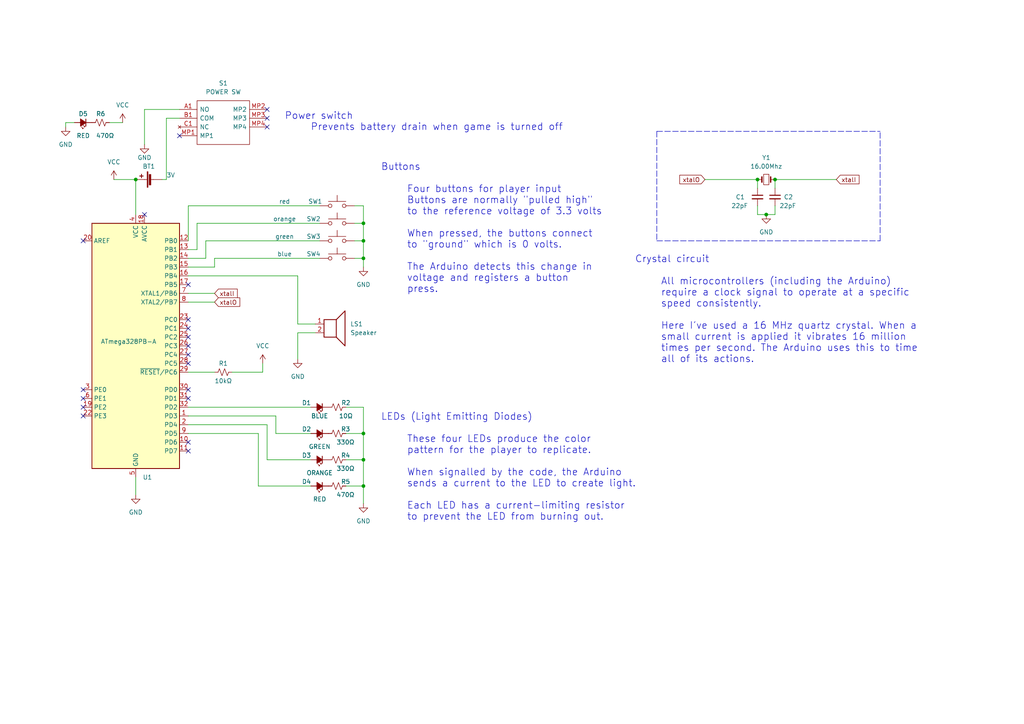
<source format=kicad_sch>
(kicad_sch (version 20211123) (generator eeschema)
  (paper "A4")
  (title_block (title "Dalton Simon Game Example") (date "2022-03-24") (company "by MIke Fischthal"))
  (lib_symbols
    (symbol "Device:Battery_Cell" (pin_numbers hide) (pin_names (offset 0) hide)
      (property "Reference" "BT" (at 2.54 2.54 0))
      (property "Value" "Battery_Cell" (at 2.54 0 0))
      (symbol "Battery_Cell_0_1"
        (rectangle (start -2.286 1.778) (end 2.286 1.524) (fill (type outline)))
        (rectangle (start -1.5748 1.1938) (end 1.4732 0.6858) (fill (type outline)))
        (polyline (pts (xy 0 0.762) (xy 0 0)))
        (polyline (pts (xy 0 1.778) (xy 0 2.54)))
        (polyline (pts (xy 0.508 3.429) (xy 1.524 3.429)) (stroke (width 0.254)))
        (polyline (pts (xy 1.016 3.937) (xy 1.016 2.921)) (stroke (width 0.254)))
      )
      (symbol "Battery_Cell_1_1"
        (pin passive line (at 0 5.08 270) (length 2.54) (name "+") (number "1"))
        (pin passive line (at 0 -2.54 90) (length 2.54) (name "-") (number "2"))
      )
    )
    (symbol "Device:C_Small" (pin_numbers hide) (pin_names (offset 0.254) hide)
      (property "Reference" "C" (at 0.254 1.778 0))
      (property "Value" "C_Small" (at 0.254 -2.032 0))
      (symbol "C_Small_0_1"
        (polyline (pts (xy -1.524 -0.508) (xy 1.524 -0.508)) (stroke (width 0.3302)))
        (polyline (pts (xy -1.524 0.508) (xy 1.524 0.508)) (stroke (width 0.3048)))
      )
      (symbol "C_Small_1_1"
        (pin passive line (at 0 2.54 270) (length 2.032) (name "~") (number "1"))
        (pin passive line (at 0 -2.54 90) (length 2.032) (name "~") (number "2"))
      )
    )
    (symbol "Device:Crystal_Small" (pin_numbers hide) (pin_names (offset 1.016) hide)
      (property "Reference" "Y" (at 0 2.54 0))
      (property "Value" "Crystal_Small" (at 0 -2.54 0))
      (symbol "Crystal_Small_0_1"
        (rectangle (start -0.762 -1.524) (end 0.762 1.524))
        (polyline (pts (xy -1.27 -0.762) (xy -1.27 0.762)) (stroke (width 0.381)))
        (polyline (pts (xy 1.27 -0.762) (xy 1.27 0.762)) (stroke (width 0.381)))
      )
      (symbol "Crystal_Small_1_1"
        (pin passive line (at -2.54 0 0) (length 1.27) (name "1") (number "1"))
        (pin passive line (at 2.54 0 180) (length 1.27) (name "2") (number "2"))
      )
    )
    (symbol "Device:LED_Small_Filled" (pin_numbers hide) (pin_names (offset 0.254) hide)
      (property "Reference" "D" (at -1.27 3.175 0))
      (property "Value" "LED_Small_Filled" (at -4.445 -2.54 0))
      (symbol "LED_Small_Filled_0_1"
        (polyline (pts (xy -0.762 -1.016) (xy -0.762 1.016)) (stroke (width 0.254)))
        (polyline (pts (xy 1.016 0) (xy -0.762 0)))
        (polyline (pts (xy 0.762 -1.016) (xy -0.762 0) (xy 0.762 1.016) (xy 0.762 -1.016)) (stroke (width 0.254)) (fill (type outline)))
        (polyline (pts (xy 0 0.762) (xy -0.508 1.27) (xy -0.254 1.27) (xy -0.508 1.27) (xy -0.508 1.016)))
        (polyline (pts (xy 0.508 1.27) (xy 0 1.778) (xy 0.254 1.778) (xy 0 1.778) (xy 0 1.524)))
      )
      (symbol "LED_Small_Filled_1_1"
        (pin passive line (at -2.54 0 0) (length 1.778) (name "K") (number "1"))
        (pin passive line (at 2.54 0 180) (length 1.778) (name "A") (number "2"))
      )
    )
    (symbol "Device:R_Small_US" (pin_numbers hide) (pin_names (offset 0.254) hide)
      (property "Reference" "R" (at 0.762 0.508 0))
      (property "Value" "R_Small_US" (at 0.762 -1.016 0))
      (symbol "R_Small_US_1_1"
        (polyline (pts (xy 0 0) (xy 1.016 -0.381) (xy 0 -0.762) (xy -1.016 -1.143) (xy 0 -1.524)))
        (polyline (pts (xy 0 1.524) (xy 1.016 1.143) (xy 0 0.762) (xy -1.016 0.381) (xy 0 0)))
        (pin passive line (at 0 2.54 270) (length 1.016) (name "~") (number "1"))
        (pin passive line (at 0 -2.54 90) (length 1.016) (name "~") (number "2"))
      )
    )
    (symbol "Device:Speaker" (pin_names (offset 0) hide)
      (property "Reference" "LS" (at 1.27 5.715 0))
      (property "Value" "Speaker" (at 1.27 3.81 0))
      (symbol "Speaker_0_0"
        (rectangle (start -2.54 1.27) (end 1.016 -3.81) (stroke (width 0.254)))
        (polyline (pts (xy 1.016 1.27) (xy 3.556 3.81) (xy 3.556 -6.35) (xy 1.016 -3.81)) (stroke (width 0.254)))
      )
      (symbol "Speaker_1_1"
        (pin input line (at -5.08 0 0) (length 2.54) (name "1") (number "1"))
        (pin input line (at -5.08 -2.54 0) (length 2.54) (name "2") (number "2"))
      )
    )
    (symbol "MCU_Microchip_ATmega:ATmega328PB-A"
      (property "Reference" "U" (at -12.7 36.83 0))
      (property "Value" "ATmega328PB-A" (at 2.54 -36.83 0))
      (symbol "ATmega328PB-A_0_1"
        (rectangle (start -12.7 -35.56) (end 12.7 35.56) (stroke (width 0.254)) (fill (type background)))
      )
      (symbol "ATmega328PB-A_1_1"
        (pin bidirectional line (at 15.24 -20.32 180) (length 2.54) (name "PD3") (number "1"))
        (pin bidirectional line (at 15.24 -27.94 180) (length 2.54) (name "PD6") (number "10"))
        (pin bidirectional line (at 15.24 -30.48 180) (length 2.54) (name "PD7") (number "11"))
        (pin bidirectional line (at 15.24 30.48 180) (length 2.54) (name "PB0") (number "12"))
        (pin bidirectional line (at 15.24 27.94 180) (length 2.54) (name "PB1") (number "13"))
        (pin bidirectional line (at 15.24 25.4 180) (length 2.54) (name "PB2") (number "14"))
        (pin bidirectional line (at 15.24 22.86 180) (length 2.54) (name "PB3") (number "15"))
        (pin bidirectional line (at 15.24 20.32 180) (length 2.54) (name "PB4") (number "16"))
        (pin bidirectional line (at 15.24 17.78 180) (length 2.54) (name "PB5") (number "17"))
        (pin power_in line (at 2.54 38.1 270) (length 2.54) (name "AVCC") (number "18"))
        (pin bidirectional line (at -15.24 -17.78 0) (length 2.54) (name "PE2") (number "19"))
        (pin bidirectional line (at 15.24 -22.86 180) (length 2.54) (name "PD4") (number "2"))
        (pin passive line (at -15.24 30.48 0) (length 2.54) (name "AREF") (number "20"))
        (pin passive line (at 0 -38.1 90) (length 2.54) hide (name "GND") (number "21"))
        (pin bidirectional line (at -15.24 -20.32 0) (length 2.54) (name "PE3") (number "22"))
        (pin bidirectional line (at 15.24 7.62 180) (length 2.54) (name "PC0") (number "23"))
        (pin bidirectional line (at 15.24 5.08 180) (length 2.54) (name "PC1") (number "24"))
        (pin bidirectional line (at 15.24 2.54 180) (length 2.54) (name "PC2") (number "25"))
        (pin bidirectional line (at 15.24 0 180) (length 2.54) (name "PC3") (number "26"))
        (pin bidirectional line (at 15.24 -2.54 180) (length 2.54) (name "PC4") (number "27"))
        (pin bidirectional line (at 15.24 -5.08 180) (length 2.54) (name "PC5") (number "28"))
        (pin bidirectional line (at 15.24 -7.62 180) (length 2.54) (name "~{RESET}/PC6") (number "29"))
        (pin bidirectional line (at -15.24 -12.7 0) (length 2.54) (name "PE0") (number "3"))
        (pin bidirectional line (at 15.24 -12.7 180) (length 2.54) (name "PD0") (number "30"))
        (pin bidirectional line (at 15.24 -15.24 180) (length 2.54) (name "PD1") (number "31"))
        (pin bidirectional line (at 15.24 -17.78 180) (length 2.54) (name "PD2") (number "32"))
        (pin power_in line (at 0 38.1 270) (length 2.54) (name "VCC") (number "4"))
        (pin power_in line (at 0 -38.1 90) (length 2.54) (name "GND") (number "5"))
        (pin bidirectional line (at -15.24 -15.24 0) (length 2.54) (name "PE1") (number "6"))
        (pin bidirectional line (at 15.24 15.24 180) (length 2.54) (name "XTAL1/PB6") (number "7"))
        (pin bidirectional line (at 15.24 12.7 180) (length 2.54) (name "XTAL2/PB7") (number "8"))
        (pin bidirectional line (at 15.24 -25.4 180) (length 2.54) (name "PD5") (number "9"))
      )
    )
    (symbol "SW_Push_1" (pin_numbers hide) (pin_names (offset 1.016) hide)
      (property "Reference" "SW1" (at -6.35 1.27 0))
      (property "Value" "SW_Push_1" (at -15.24 1.27 0))
      (symbol "SW_Push_1_0_1"
        (circle (center -2.032 0) (radius 0.508))
        (polyline (pts (xy 0 1.27) (xy 0 3.048)))
        (polyline (pts (xy 2.54 1.27) (xy -2.54 1.27)))
        (circle (center 2.032 0) (radius 0.508))
        (pin passive line (at -5.08 0 0) (length 2.54) (name "1") (number "1"))
        (pin passive line (at 5.08 0 180) (length 2.54) (name "2") (number "4"))
      )
    )
    (symbol "SW_Push_2" (pin_numbers hide) (pin_names (offset 1.016) hide)
      (property "Reference" "SW2" (at -8.89 1.27 0))
      (property "Value" "SW_Push_2" (at -15.24 -3.81 0))
      (symbol "SW_Push_2_0_1"
        (circle (center -2.032 0) (radius 0.508))
        (polyline (pts (xy 0 1.27) (xy 0 3.048)))
        (polyline (pts (xy 2.54 1.27) (xy -2.54 1.27)))
        (circle (center 2.032 0) (radius 0.508))
        (pin passive line (at -5.08 0 0) (length 2.54) (name "1") (number "1"))
        (pin passive line (at 5.08 0 180) (length 2.54) (name "2") (number "4"))
      )
    )
    (symbol "SW_Push_3" (pin_numbers hide) (pin_names (offset 1.016) hide)
      (property "Reference" "SW3" (at -8.89 1.27 0))
      (property "Value" "SW_Push_3" (at -15.24 6.35 0))
      (symbol "SW_Push_3_0_1"
        (circle (center -2.032 0) (radius 0.508))
        (polyline (pts (xy 0 1.27) (xy 0 3.048)))
        (polyline (pts (xy 2.54 1.27) (xy -2.54 1.27)))
        (circle (center 2.032 0) (radius 0.508))
        (pin passive line (at -5.08 0 0) (length 2.54) (name "1") (number "1"))
        (pin passive line (at 5.08 0 180) (length 2.54) (name "2") (number "4"))
      )
    )
    (symbol "SamacSys_Parts:MSS3-V-T_R" (pin_names (offset 0.762))
      (property "Reference" "S" (at 21.59 7.62 0))
      (property "Value" "MSS3-V-T_R" (at 21.59 5.08 0))
      (symbol "MSS3-V-T_R_0_0"
        (pin passive line (at 0 0 0) (length 5.08) (name "NO") (number "A1"))
        (pin passive line (at 0 -2.54 0) (length 5.08) (name "COM") (number "B1"))
        (pin no_connect line (at 0 -5.08 0) (length 5.08) (name "NC") (number "C1"))
        (pin passive line (at 0 -7.62 0) (length 5.08) (name "MP1") (number "MP1"))
        (pin passive line (at 25.4 0 180) (length 5.08) (name "MP2") (number "MP2"))
        (pin passive line (at 25.4 -2.54 180) (length 5.08) (name "MP3") (number "MP3"))
        (pin passive line (at 25.4 -5.08 180) (length 5.08) (name "MP4") (number "MP4"))
      )
      (symbol "MSS3-V-T_R_0_1"
        (polyline (pts (xy 5.08 2.54) (xy 20.32 2.54) (xy 20.32 -10.16) (xy 5.08 -10.16) (xy 5.08 2.54)) (stroke (width 0.1524)))
      )
    )
    (symbol "Switch:SW_Push" (pin_numbers hide) (pin_names (offset 1.016) hide)
      (property "Reference" "SW4" (at -8.89 1.27 0))
      (property "Value" "blue" (at -15.24 1.27 0))
      (symbol "SW_Push_0_1"
        (circle (center -2.032 0) (radius 0.508))
        (polyline (pts (xy 0 1.27) (xy 0 3.048)))
        (polyline (pts (xy 2.54 1.27) (xy -2.54 1.27)))
        (circle (center 2.032 0) (radius 0.508))
        (pin passive line (at -5.08 0 0) (length 2.54) (name "1") (number "1"))
        (pin passive line (at 5.08 0 180) (length 2.54) (name "2") (number "4"))
      )
    )
    (symbol "power:GND" (power) (pin_names (offset 0))
      (property "Value" "GND" (at 0 -3.81 0))
      (symbol "GND_0_1"
        (polyline (pts (xy 0 0) (xy 0 -1.27) (xy 1.27 -1.27) (xy 0 -2.54) (xy -1.27 -1.27) (xy 0 -1.27)))
      )
      (symbol "GND_1_1"
        (pin power_in line (at 0 0 270) (length 0) hide (name "GND") (number "1"))
      )
    )
    (symbol "power:VCC" (power) (pin_names (offset 0))
      (property "Value" "VCC" (at 0 3.81 0))
      (symbol "VCC_0_1"
        (polyline (pts (xy -0.762 1.27) (xy 0 2.54)))
        (polyline (pts (xy 0 0) (xy 0 2.54)))
        (polyline (pts (xy 0 2.54) (xy 0.762 1.27)))
      )
      (symbol "VCC_1_1"
        (pin power_in line (at 0 0 90) (length 0) hide (name "VCC") (number "1"))
      )
    )
  )
  (junction (at 105.41 140.97))
  (junction (at 224.79 52.07))
  (junction (at 219.71 52.07))
  (junction (at 105.41 133.35))
  (junction (at 105.41 69.85))
  (junction (at 105.41 125.73))
  (junction (at 105.41 74.93))
  (junction (at 222.25 62.23))
  (junction (at 39.37 52.07))
  (junction (at 105.41 64.77))
  (no_connect (at 77.47 31.75))
  (no_connect (at 77.47 34.29))
  (no_connect (at 77.47 36.83))
  (no_connect (at 52.07 39.37))
  (no_connect (at 54.61 100.33))
  (no_connect (at 54.61 102.87))
  (no_connect (at 54.61 105.41))
  (no_connect (at 54.61 113.03))
  (no_connect (at 54.61 115.57))
  (no_connect (at 24.13 113.03))
  (no_connect (at 24.13 115.57))
  (no_connect (at 54.61 128.27))
  (no_connect (at 54.61 130.81))
  (no_connect (at 24.13 118.11))
  (no_connect (at 24.13 120.65))
  (no_connect (at 41.91 62.23))
  (no_connect (at 54.61 82.55))
  (no_connect (at 54.61 92.71))
  (no_connect (at 54.61 95.25))
  (no_connect (at 24.13 69.85))
  (no_connect (at 54.61 97.79))
  (wire (pts (xy 54.61 107.95) (xy 62.23 107.95)))
  (wire (pts (xy 80.01 120.65) (xy 80.01 125.73)))
  (wire (pts (xy 54.61 120.65) (xy 80.01 120.65)))
  (wire (pts (xy 77.47 133.35) (xy 90.17 133.35)))
  (wire (pts (xy 219.71 52.07) (xy 219.71 54.61)))
  (wire (pts (xy 102.87 69.85) (xy 105.41 69.85)))
  (wire (pts (xy 77.47 123.19) (xy 77.47 133.35)))
  (wire (pts (xy 105.41 74.93) (xy 105.41 77.47)))
  (wire (pts (xy 59.69 69.85) (xy 59.69 74.93)))
  (polyline (pts (xy 190.5 38.1) (xy 190.5 69.85)))
  (wire (pts (xy 57.15 64.77) (xy 57.15 72.39)))
  (wire (pts (xy 33.02 52.07) (xy 39.37 52.07)))
  (wire (pts (xy 105.41 64.77) (xy 105.41 69.85)))
  (wire (pts (xy 92.71 59.69) (xy 54.61 59.69)))
  (wire (pts (xy 102.87 64.77) (xy 105.41 64.77)))
  (wire (pts (xy 39.37 138.43) (xy 39.37 143.51)))
  (wire (pts (xy 39.37 52.07) (xy 39.37 62.23)))
  (wire (pts (xy 105.41 133.35) (xy 105.41 140.97)))
  (wire (pts (xy 54.61 118.11) (xy 90.17 118.11)))
  (wire (pts (xy 54.61 85.09) (xy 62.23 85.09)))
  (wire (pts (xy 105.41 118.11) (xy 105.41 125.73)))
  (wire (pts (xy 105.41 140.97) (xy 105.41 146.05)))
  (wire (pts (xy 219.71 52.07) (xy 204.47 52.07)))
  (wire (pts (xy 62.23 74.93) (xy 62.23 77.47)))
  (wire (pts (xy 100.33 125.73) (xy 105.41 125.73)))
  (wire (pts (xy 46.99 52.07) (xy 48.26 52.07)))
  (polyline (pts (xy 190.5 69.85) (xy 255.27 69.85)))
  (polyline (pts (xy 255.27 69.85) (xy 255.27 38.1)))
  (wire (pts (xy 67.31 107.95) (xy 76.2 107.95)))
  (wire (pts (xy 52.07 34.29) (xy 48.26 34.29)))
  (wire (pts (xy 222.25 62.23) (xy 224.79 62.23)))
  (wire (pts (xy 54.61 125.73) (xy 74.93 125.73)))
  (wire (pts (xy 219.71 59.69) (xy 219.71 62.23)))
  (wire (pts (xy 92.71 74.93) (xy 62.23 74.93)))
  (wire (pts (xy 74.93 125.73) (xy 74.93 140.97)))
  (wire (pts (xy 224.79 52.07) (xy 224.79 54.61)))
  (wire (pts (xy 86.36 80.01) (xy 86.36 93.98)))
  (wire (pts (xy 224.79 59.69) (xy 224.79 62.23)))
  (wire (pts (xy 59.69 74.93) (xy 54.61 74.93)))
  (wire (pts (xy 105.41 125.73) (xy 105.41 133.35)))
  (wire (pts (xy 100.33 133.35) (xy 105.41 133.35)))
  (wire (pts (xy 48.26 34.29) (xy 48.26 52.07)))
  (wire (pts (xy 86.36 93.98) (xy 91.44 93.98)))
  (wire (pts (xy 74.93 140.97) (xy 90.17 140.97)))
  (wire (pts (xy 80.01 125.73) (xy 90.17 125.73)))
  (wire (pts (xy 102.87 59.69) (xy 105.41 59.69)))
  (wire (pts (xy 76.2 105.41) (xy 76.2 107.95)))
  (wire (pts (xy 105.41 69.85) (xy 105.41 74.93)))
  (wire (pts (xy 41.91 31.75) (xy 41.91 41.91)))
  (wire (pts (xy 62.23 77.47) (xy 54.61 77.47)))
  (wire (pts (xy 91.44 96.52) (xy 86.36 96.52)))
  (wire (pts (xy 54.61 123.19) (xy 77.47 123.19)))
  (wire (pts (xy 52.07 31.75) (xy 41.91 31.75)))
  (wire (pts (xy 62.23 87.63) (xy 54.61 87.63)))
  (wire (pts (xy 100.33 118.11) (xy 105.41 118.11)))
  (wire (pts (xy 92.71 69.85) (xy 59.69 69.85)))
  (wire (pts (xy 92.71 64.77) (xy 57.15 64.77)))
  (polyline (pts (xy 190.5 38.1) (xy 255.27 38.1)))
  (wire (pts (xy 219.71 62.23) (xy 222.25 62.23)))
  (wire (pts (xy 224.79 52.07) (xy 242.57 52.07)))
  (wire (pts (xy 21.59 35.56) (xy 19.05 35.56)))
  (wire (pts (xy 86.36 96.52) (xy 86.36 104.14)))
  (wire (pts (xy 102.87 74.93) (xy 105.41 74.93)))
  (wire (pts (xy 100.33 140.97) (xy 105.41 140.97)))
  (wire (pts (xy 54.61 80.01) (xy 86.36 80.01)))
  (wire (pts (xy 57.15 72.39) (xy 54.61 72.39)))
  (wire (pts (xy 54.61 59.69) (xy 54.61 69.85)))
  (wire (pts (xy 31.75 35.56) (xy 35.56 35.56)))
  (wire (pts (xy 19.05 35.56) (xy 19.05 36.83)))
  (wire (pts (xy 105.41 59.69) (xy 105.41 64.77)))
  (text "Buttons\n\n	Four buttons for player input\n	Buttons are normally \"pulled high\"\n	to the reference voltage of 3.3 volts\n\n	When pressed, the buttons connect\n	to \"ground\" which is 0 volts.\n\n	The Arduino detects this change in \n	voltage and registers a button\n	press." (at 110.49 85.09 0) (effects (font (size 2 2)) (justify left bottom)))
  (text "LEDs (Light Emitting Diodes)\n\n	These four LEDs produce the color\n	pattern for the player to replicate.\n	\n	When signalled by the code, the Arduino\n	sends a current to the LED to create light.\n\n	Each LED has a current-limiting resistor\n	to prevent the LED from burning out." (at 110.49 151.13 0) (effects (font (size 2 2)) (justify left bottom)))
  (text "Power switch\n	Prevents battery drain when game is turned off" (at 82.55 38.1 0) (effects (font (size 2 2)) (justify left bottom)))
  (text "Crystal circuit\n	\n	All microcontrollers (including the Arduino)\n	require a clock signal to operate at a specific\n	speed consistently. \n\n	Here I've used a 16 MHz quartz crystal. When a \n	small current is applied it vibrates 16 million \n	times per second. The Arduino uses this to time \n	all of its actions." (at 184.15 105.41 0) (effects (font (size 2 2)) (justify left bottom)))
  (global_label "xtalO" (shape input) (at 204.47 52.07 180) (property "Intersheet References" "${INTERSHEET_REFS}" (effects hide)))
  (global_label "xtalO" (shape input) (at 62.23 87.63 0) (property "Intersheet References" "${INTERSHEET_REFS}" (effects hide)))
  (global_label "xtalI" (shape input) (at 62.23 85.09 0) (property "Intersheet References" "${INTERSHEET_REFS}" (effects hide)))
  (global_label "xtalI" (shape input) (at 242.57 52.07 0) (property "Intersheet References" "${INTERSHEET_REFS}" (effects hide)))
  (symbol (lib_id "Device:Crystal_Small") (at 222.25 52.07 0) (unit 1)
    (property "Reference" "Y1" (at 222.25 45.72 0))
    (property "Value" "16.00Mhz" (at 222.25 48.26 0))
    (property "Footprint" "Crystal:Crystal_SMD_HC49-SD_HandSoldering" (effects hide))
  )
  (symbol (lib_name "SW_Push_3") (lib_id "Switch:SW_Push") (at 97.79 69.85 0) (unit 1)
    (property "Reference" "SW3" (at 88.9 68.58 0) (effects (justify left)))
    (property "Value" "green" (at 82.55 68.58 0))
    (property "Footprint" "SamacSys_Parts:FSM4JSMATR" (effects hide))
  )
  (symbol (lib_id "Device:LED_Small_Filled") (at 92.71 125.73 180) (unit 1)
    (property "Reference" "D2" (at 88.9 124.46 0))
    (property "Value" "GREEN" (at 92.71 129.54 0))
    (property "Footprint" "LED_SMD:LED_1206_3216Metric_Pad1.42x1.75mm_HandSolder" (effects hide))
  )
  (symbol (lib_id "Device:LED_Small_Filled") (at 92.71 140.97 180) (unit 1)
    (property "Reference" "D4" (at 88.9 139.7 0))
    (property "Value" "RED" (at 92.71 144.78 0))
    (property "Footprint" "LED_SMD:LED_1206_3216Metric_Pad1.42x1.75mm_HandSolder" (effects hide))
  )
  (symbol (lib_id "Device:C_Small") (at 219.71 57.15 0) (unit 1)
    (property "Reference" "C1" (at 213.36 57.15 0) (effects (justify left)))
    (property "Value" "22pF" (at 212.09 59.69 0) (effects (justify left)))
    (property "Footprint" "Capacitor_SMD:C_1206_3216Metric_Pad1.33x1.80mm_HandSolder" (effects hide))
  )
  (symbol (lib_id "power:VCC") (at 33.02 52.07 0) (unit 1)
    (property "Reference" "#PWR0101" (effects hide))
    (property "Value" "VCC" (at 33.02 46.99 0))
  )
  (symbol (lib_id "Device:LED_Small_Filled") (at 92.71 133.35 180) (unit 1)
    (property "Reference" "D3" (at 88.9 132.08 0))
    (property "Value" "ORANGE" (at 92.71 137.16 0))
    (property "Footprint" "LED_SMD:LED_1206_3216Metric_Pad1.42x1.75mm_HandSolder" (effects hide))
  )
  (symbol (lib_id "power:GND") (at 86.36 104.14 0) (unit 1)
    (property "Reference" "#PWR06" (effects hide))
    (property "Value" "GND" (at 86.36 109.22 0))
  )
  (symbol (lib_id "power:GND") (at 105.41 146.05 0) (unit 1)
    (property "Reference" "#PWR03" (effects hide))
    (property "Value" "GND" (at 105.41 151.13 0))
  )
  (symbol (lib_id "power:GND") (at 19.05 36.83 0) (unit 1)
    (property "Reference" "#PWR08" (effects hide))
    (property "Value" "GND" (at 19.05 41.91 0))
  )
  (symbol (lib_id "Device:LED_Small_Filled") (at 24.13 35.56 180) (unit 1)
    (property "Reference" "D5" (at 24.13 33.02 0))
    (property "Value" "RED" (at 24.13 39.37 0))
    (property "Footprint" "LED_SMD:LED_1206_3216Metric_Pad1.42x1.75mm_HandSolder" (effects hide))
  )
  (symbol (lib_id "Device:R_Small_US") (at 97.79 140.97 90) (unit 1)
    (property "Reference" "R5" (at 101.6 139.7 90) (effects (justify left)))
    (property "Value" "470Ω" (at 102.87 143.51 90) (effects (justify left)))
    (property "Footprint" "Resistor_SMD:R_1206_3216Metric_Pad1.30x1.75mm_HandSolder" (effects hide))
  )
  (symbol (lib_id "SamacSys_Parts:MSS3-V-T_R") (at 52.07 31.75 0) (unit 1)
    (property "Reference" "S1" (at 64.77 24.13 0))
    (property "Value" "POWER SW" (at 64.77 26.67 0))
    (property "Footprint" "SamacSys_Parts:MSS3VTR" (effects hide))
    (property "Datasheet" "http://www.dip.com.tw/en/en-product-information/en-switch005/item/download/2643_3624e6da26abd0f9c3465d69564276ea" (effects hide))
    (property "Description" "Slide Switches Slide Type 1P2T (1.4mm height)" (effects hide))
    (property "Height" "1.4" (effects hide))
    (property "Mouser Part Number" "113-MSS3-V-T/R" (effects hide))
    (property "Mouser Price/Stock" "https://www.mouser.co.uk/ProductDetail/Diptronics/MSS3-V-T-R?qs=gTYE2QTfZfRmNWRHol8f8A%3D%3D" (effects hide))
    (property "Manufacturer_Name" "Diptronics" (effects hide))
    (property "Manufacturer_Part_Number" "MSS3-V-T/R" (effects hide))
  )
  (symbol (lib_id "power:GND") (at 222.25 62.23 0) (unit 1)
    (property "Reference" "#PWR07" (effects hide))
    (property "Value" "GND" (at 222.25 67.31 0))
  )
  (symbol (lib_id "Device:R_Small_US") (at 29.21 35.56 270) (unit 1)
    (property "Reference" "R6" (at 29.21 33.02 90))
    (property "Value" "470Ω" (at 30.48 39.37 90))
    (property "Footprint" "Resistor_SMD:R_1206_3216Metric_Pad1.30x1.75mm_HandSolder" (effects hide))
  )
  (symbol (lib_id "Device:Speaker") (at 96.52 93.98 0) (unit 1)
    (property "Reference" "LS1" (at 101.6 93.9799 0) (effects (justify left)))
    (property "Value" "Speaker" (at 101.6 96.5199 0) (effects (justify left)))
    (property "Footprint" "SamacSys_Parts:CPT111783SMTTR" (effects hide))
  )
  (symbol (lib_id "power:VCC") (at 35.56 35.56 0) (unit 1)
    (property "Reference" "#PWR09" (effects hide))
    (property "Value" "VCC" (at 35.56 30.48 0))
  )
  (symbol (lib_id "Device:R_Small_US") (at 64.77 107.95 270) (unit 1)
    (property "Reference" "R1" (at 64.77 105.41 90))
    (property "Value" "10kΩ" (at 64.77 110.49 90))
    (property "Footprint" "Resistor_SMD:R_1206_3216Metric_Pad1.30x1.75mm_HandSolder" (effects hide))
  )
  (symbol (lib_id "Device:R_Small_US") (at 97.79 133.35 90) (unit 1)
    (property "Reference" "R4" (at 101.6 132.08 90) (effects (justify left)))
    (property "Value" "330Ω" (at 102.87 135.89 90) (effects (justify left)))
    (property "Footprint" "Resistor_SMD:R_1206_3216Metric_Pad1.30x1.75mm_HandSolder" (effects hide))
  )
  (symbol (lib_id "power:GND") (at 39.37 143.51 0) (unit 1)
    (property "Reference" "#PWR02" (effects hide))
    (property "Value" "GND" (at 39.37 148.59 0))
  )
  (symbol (lib_id "Device:C_Small") (at 224.79 57.15 0) (unit 1)
    (property "Reference" "C2" (at 227.33 57.15 0) (effects (justify left)))
    (property "Value" "22pF" (at 226.06 59.69 0) (effects (justify left)))
    (property "Footprint" "Capacitor_SMD:C_1206_3216Metric_Pad1.33x1.80mm_HandSolder" (effects hide))
  )
  (symbol (lib_id "Device:R_Small_US") (at 97.79 125.73 90) (unit 1)
    (property "Reference" "R3" (at 101.6 124.46 90) (effects (justify left)))
    (property "Value" "330Ω" (at 102.87 128.27 90) (effects (justify left)))
    (property "Footprint" "Resistor_SMD:R_1206_3216Metric_Pad1.30x1.75mm_HandSolder" (effects hide))
  )
  (symbol (lib_id "Device:LED_Small_Filled") (at 92.71 118.11 180) (unit 1)
    (property "Reference" "D1" (at 88.9 116.84 0))
    (property "Value" "BLUE" (at 92.71 120.65 0))
    (property "Footprint" "LED_SMD:LED_1206_3216Metric_Pad1.42x1.75mm_HandSolder" (effects hide))
  )
  (symbol (lib_id "Device:Battery_Cell") (at 44.45 52.07 90) (unit 1)
    (property "Reference" "BT1" (at 43.18 48.26 90))
    (property "Value" "3V" (at 49.53 50.8 90))
    (property "Footprint" "SamacSys_Parts:SMTU2032LF" (effects hide))
  )
  (symbol (lib_id "Device:R_Small_US") (at 97.79 118.11 270) (unit 1)
    (property "Reference" "R2" (at 100.33 116.84 90))
    (property "Value" "10Ω" (at 100.33 120.65 90))
    (property "Footprint" "Resistor_SMD:R_1206_3216Metric_Pad1.30x1.75mm_HandSolder" (effects hide))
  )
  (symbol (lib_id "power:GND") (at 105.41 77.47 0) (unit 1)
    (property "Reference" "#PWR05" (effects hide))
    (property "Value" "GND" (at 105.41 82.55 0))
  )
  (symbol (lib_id "power:GND") (at 41.91 41.91 0) (unit 1)
    (property "Reference" "#PWR01" (effects hide))
    (property "Value" "GND" (at 41.91 45.72 0))
  )
  (symbol (lib_id "power:VCC") (at 76.2 105.41 0) (unit 1)
    (property "Reference" "#PWR04" (effects hide))
    (property "Value" "VCC" (at 76.2 100.33 0))
  )
  (symbol (lib_id "Switch:SW_Push") (at 97.79 74.93 0) (unit 1)
    (property "Reference" "SW4" (at 88.9 73.66 0) (effects (justify left)))
    (property "Value" "blue" (at 82.55 73.66 0))
    (property "Footprint" "SamacSys_Parts:FSM4JSMATR" (effects hide))
  )
  (symbol (lib_name "SW_Push_1") (lib_id "Switch:SW_Push") (at 97.79 59.69 0) (unit 1)
    (property "Reference" "SW1" (at 91.44 58.42 0))
    (property "Value" "red" (at 82.55 58.42 0))
    (property "Footprint" "SamacSys_Parts:FSM4JSMATR" (effects hide))
  )
  (symbol (lib_id "MCU_Microchip_ATmega:ATmega328PB-A") (at 39.37 100.33 0) (unit 1)
    (property "Reference" "U1" (at 41.3894 138.43 0) (effects (justify left)))
    (property "Value" "ATmega328PB-A" (at 29.21 99.06 0) (effects (justify left)))
    (property "Footprint" "Package_QFP:TQFP-32_7x7mm_P0.8mm" (effects hide))
    (property "Datasheet" "http://ww1.microchip.com/downloads/en/DeviceDoc/40001906C.pdf" (effects hide))
  )
  (symbol (lib_name "SW_Push_2") (lib_id "Switch:SW_Push") (at 97.79 64.77 0) (unit 1)
    (property "Reference" "SW2" (at 88.9 63.5 0) (effects (justify left)))
    (property "Value" "orange" (at 82.55 63.5 0))
    (property "Footprint" "SamacSys_Parts:FSM4JSMATR" (effects hide))
  )
)
</source>
